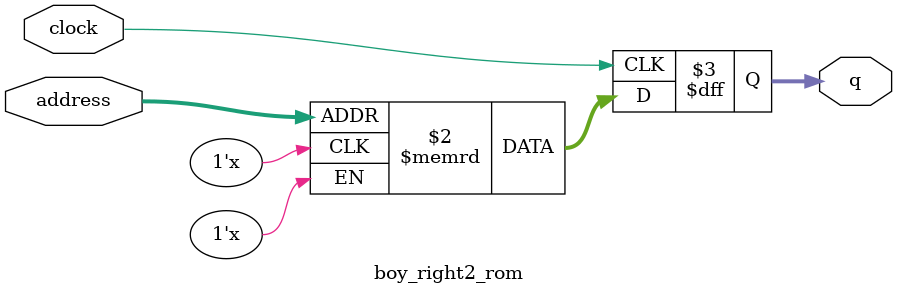
<source format=sv>
module boy_right2_rom (
	input logic clock,
	input logic [9:0] address,
	output logic [3:0] q
);

logic [3:0] memory [0:799] /* synthesis ram_init_file = "./boy_right2/boy_right2.COE" */;

always_ff @ (posedge clock) begin
	q <= memory[address];
end

endmodule

</source>
